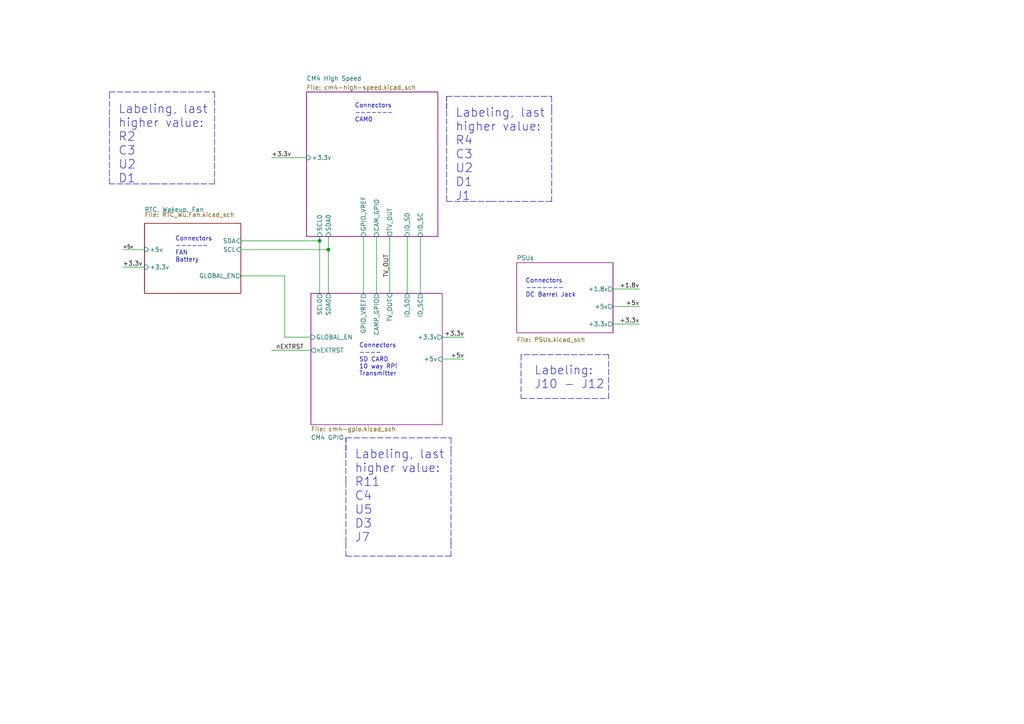
<source format=kicad_sch>
(kicad_sch (version 20210621) (generator eeschema)

  (uuid d9f7b680-7e4b-42d4-bdbc-4100fbcb92e5)

  (paper "A4")

  (title_block
    (title "Drone Compute Module 4 Base Carrier")
    (date "2021-10-05")
    (rev "v01")
    (comment 2 "creativecommons.org/licenses/by-sa/4.0/")
    (comment 3 "License: CC BY-SA 4.0")
    (comment 4 "Author: Chase Westlake")
  )

  (lib_symbols
  )

  (junction (at 92.71 69.85) (diameter 0) (color 0 0 0 0))
  (junction (at 95.25 72.39) (diameter 0) (color 0 0 0 0))

  (wire (pts (xy 35.56 72.39) (xy 41.91 72.39))
    (stroke (width 0) (type default) (color 0 0 0 0))
    (uuid faf15f51-a97f-43b8-a539-150ead52163d)
  )
  (wire (pts (xy 35.56 77.47) (xy 41.91 77.47))
    (stroke (width 0) (type default) (color 0 0 0 0))
    (uuid 13cef104-a142-47e3-b7af-d6e3c500f1e0)
  )
  (wire (pts (xy 69.85 69.85) (xy 92.71 69.85))
    (stroke (width 0) (type default) (color 0 0 0 0))
    (uuid 111287c2-73f4-4ffd-8a10-61d023a86754)
  )
  (wire (pts (xy 69.85 72.39) (xy 95.25 72.39))
    (stroke (width 0) (type default) (color 0 0 0 0))
    (uuid 8917ccfa-a130-425d-a466-66063746fea0)
  )
  (wire (pts (xy 69.85 80.01) (xy 82.55 80.01))
    (stroke (width 0) (type default) (color 0 0 0 0))
    (uuid 867918ca-c85f-4cd7-88ef-785dad0fceba)
  )
  (wire (pts (xy 78.74 45.72) (xy 88.9 45.72))
    (stroke (width 0) (type default) (color 0 0 0 0))
    (uuid 4cd91fc8-1c32-499d-9630-4ef4a96955b7)
  )
  (wire (pts (xy 78.74 101.6) (xy 90.17 101.6))
    (stroke (width 0) (type default) (color 0 0 0 0))
    (uuid a578584a-51cc-4cdd-b509-ed821132c373)
  )
  (wire (pts (xy 82.55 80.01) (xy 82.55 97.79))
    (stroke (width 0) (type default) (color 0 0 0 0))
    (uuid 867918ca-c85f-4cd7-88ef-785dad0fceba)
  )
  (wire (pts (xy 82.55 97.79) (xy 90.17 97.79))
    (stroke (width 0) (type default) (color 0 0 0 0))
    (uuid c56c0c71-41a2-401a-b586-5b0fd43a000f)
  )
  (wire (pts (xy 92.71 68.58) (xy 92.71 69.85))
    (stroke (width 0) (type default) (color 0 0 0 0))
    (uuid 6f8f93b3-64ba-44db-b9e6-049bff1d7c30)
  )
  (wire (pts (xy 92.71 69.85) (xy 92.71 85.09))
    (stroke (width 0) (type default) (color 0 0 0 0))
    (uuid c072852f-e763-4a9a-9b97-7821dd22d868)
  )
  (wire (pts (xy 95.25 68.58) (xy 95.25 72.39))
    (stroke (width 0) (type default) (color 0 0 0 0))
    (uuid 136d9dd3-20eb-4ed0-a986-10bfbf9574ad)
  )
  (wire (pts (xy 95.25 72.39) (xy 95.25 85.09))
    (stroke (width 0) (type default) (color 0 0 0 0))
    (uuid f989bc96-c075-488d-a6f0-e2f463d5410d)
  )
  (wire (pts (xy 105.41 68.58) (xy 105.41 85.09))
    (stroke (width 0) (type default) (color 0 0 0 0))
    (uuid 24807d25-2fd3-4beb-83df-e4589f6a8d20)
  )
  (wire (pts (xy 109.22 68.58) (xy 109.22 85.09))
    (stroke (width 0) (type default) (color 0 0 0 0))
    (uuid d6c763b2-0fb7-4984-9b47-45672ed90857)
  )
  (wire (pts (xy 113.03 68.58) (xy 113.03 85.09))
    (stroke (width 0) (type default) (color 0 0 0 0))
    (uuid b28b1c5c-7304-4403-8b0c-e73ddc1be209)
  )
  (wire (pts (xy 118.11 68.58) (xy 118.11 85.09))
    (stroke (width 0) (type default) (color 0 0 0 0))
    (uuid aa2aad79-f214-4969-880e-02f93bd871cd)
  )
  (wire (pts (xy 121.92 68.58) (xy 121.92 85.09))
    (stroke (width 0) (type default) (color 0 0 0 0))
    (uuid ee4f8aa3-f8f2-4eff-8479-4a5957468a44)
  )
  (wire (pts (xy 128.27 97.79) (xy 134.62 97.79))
    (stroke (width 0) (type default) (color 0 0 0 0))
    (uuid ad5b393b-9899-4ae1-b326-331ea1c882a5)
  )
  (wire (pts (xy 128.27 104.14) (xy 134.62 104.14))
    (stroke (width 0) (type default) (color 0 0 0 0))
    (uuid 6241f899-b740-4726-9d4a-f6178636d0d7)
  )
  (wire (pts (xy 177.8 83.82) (xy 185.42 83.82))
    (stroke (width 0) (type default) (color 0 0 0 0))
    (uuid 6a5976b6-b31c-4dd6-b8fa-5a7170fd8216)
  )
  (wire (pts (xy 177.8 88.9) (xy 185.42 88.9))
    (stroke (width 0) (type solid) (color 0 0 0 0))
    (uuid 2a8231cb-6acc-409e-a071-e92059c5fb23)
  )
  (wire (pts (xy 177.8 93.98) (xy 185.42 93.98))
    (stroke (width 0) (type default) (color 0 0 0 0))
    (uuid f26ab27b-4852-4372-a13e-8f9d37f68493)
  )
  (polyline (pts (xy 31.75 26.67) (xy 31.75 27.94))
    (stroke (width 0) (type default) (color 0 0 0 0))
    (uuid 0587afcd-2f18-43a2-9729-9fe81c18f9fd)
  )
  (polyline (pts (xy 31.75 26.67) (xy 62.23 26.67))
    (stroke (width 0) (type default) (color 0 0 0 0))
    (uuid a1dd3ed2-3705-4c91-a4d7-2e210466d7d0)
  )
  (polyline (pts (xy 31.75 35.56) (xy 31.75 27.94))
    (stroke (width 0) (type default) (color 0 0 0 0))
    (uuid 378b4f9c-80e8-45c1-afe9-c076db5d60f6)
  )
  (polyline (pts (xy 31.75 35.56) (xy 31.75 53.34))
    (stroke (width 0) (type default) (color 0 0 0 0))
    (uuid 8d67d135-6d31-4047-989c-7c852df3b2fc)
  )
  (polyline (pts (xy 31.75 53.34) (xy 44.45 53.34))
    (stroke (width 0) (type default) (color 0 0 0 0))
    (uuid b23db9b3-d820-48e6-918b-497c5414f2ea)
  )
  (polyline (pts (xy 62.23 26.67) (xy 62.23 53.34))
    (stroke (width 0) (type default) (color 0 0 0 0))
    (uuid f324f080-07cb-4d62-b6b2-ee57f3d1672a)
  )
  (polyline (pts (xy 62.23 53.34) (xy 44.45 53.34))
    (stroke (width 0) (type default) (color 0 0 0 0))
    (uuid 20c62c5e-8728-4735-a231-2f853b9e06e6)
  )
  (polyline (pts (xy 100.33 127) (xy 130.81 127))
    (stroke (width 0) (type default) (color 0 0 0 0))
    (uuid b1d1a4f0-c273-485a-9958-5bc5792149c0)
  )
  (polyline (pts (xy 100.33 130.81) (xy 100.33 127))
    (stroke (width 0) (type default) (color 0 0 0 0))
    (uuid 0bed92ba-9ad7-44f2-bd88-bdff0b909c5d)
  )
  (polyline (pts (xy 100.33 139.7) (xy 100.33 127))
    (stroke (width 0) (type default) (color 0 0 0 0))
    (uuid ffc0abc1-c937-4fc5-bce4-1a6a4defc3d1)
  )
  (polyline (pts (xy 100.33 139.7) (xy 100.33 157.48))
    (stroke (width 0) (type default) (color 0 0 0 0))
    (uuid 40c6a342-4b16-4a86-8787-2412cbda4445)
  )
  (polyline (pts (xy 100.33 157.48) (xy 100.33 161.29))
    (stroke (width 0) (type default) (color 0 0 0 0))
    (uuid 40ec1e94-cab2-4559-a410-d4e4d18aa0c8)
  )
  (polyline (pts (xy 100.33 161.29) (xy 113.03 161.29))
    (stroke (width 0) (type default) (color 0 0 0 0))
    (uuid 5ca1698f-5864-4237-9f42-332ae84f817e)
  )
  (polyline (pts (xy 129.54 27.94) (xy 160.02 27.94))
    (stroke (width 0) (type default) (color 0 0 0 0))
    (uuid 7a1bfccf-c350-47cd-947c-0c78bcf75b0d)
  )
  (polyline (pts (xy 129.54 31.75) (xy 129.54 27.94))
    (stroke (width 0) (type default) (color 0 0 0 0))
    (uuid 0acb176f-7e53-4a00-8c38-2e11f10118d2)
  )
  (polyline (pts (xy 129.54 40.64) (xy 129.54 27.94))
    (stroke (width 0) (type default) (color 0 0 0 0))
    (uuid 6f41f9ce-e880-4f2b-befe-5a394645abab)
  )
  (polyline (pts (xy 129.54 40.64) (xy 129.54 58.42))
    (stroke (width 0) (type default) (color 0 0 0 0))
    (uuid 47e54c73-740b-4758-9305-66728986517f)
  )
  (polyline (pts (xy 129.54 58.42) (xy 142.24 58.42))
    (stroke (width 0) (type default) (color 0 0 0 0))
    (uuid 213d2725-3082-4c20-915a-33a66614cf89)
  )
  (polyline (pts (xy 130.81 127) (xy 130.81 130.81))
    (stroke (width 0) (type default) (color 0 0 0 0))
    (uuid 75dc8e0b-8c9b-48f0-94b7-34458abc6959)
  )
  (polyline (pts (xy 130.81 130.81) (xy 130.81 157.48))
    (stroke (width 0) (type default) (color 0 0 0 0))
    (uuid 772767e1-22b1-4f87-abe4-c03bad841d0b)
  )
  (polyline (pts (xy 130.81 157.48) (xy 130.81 161.29))
    (stroke (width 0) (type default) (color 0 0 0 0))
    (uuid 581d5dfd-7197-40e8-b174-d71e0607d133)
  )
  (polyline (pts (xy 130.81 161.29) (xy 113.03 161.29))
    (stroke (width 0) (type default) (color 0 0 0 0))
    (uuid 9fecb439-3b4c-453f-8e74-ca93c1a0d106)
  )
  (polyline (pts (xy 151.13 102.87) (xy 151.13 115.57))
    (stroke (width 0) (type default) (color 0 0 0 0))
    (uuid 0826ea45-506d-4bb5-9f91-8b0ffd364e0f)
  )
  (polyline (pts (xy 151.13 115.57) (xy 176.53 115.57))
    (stroke (width 0) (type default) (color 0 0 0 0))
    (uuid ffff15aa-d3a8-40c1-a401-dd148fa7961d)
  )
  (polyline (pts (xy 160.02 27.94) (xy 160.02 31.75))
    (stroke (width 0) (type default) (color 0 0 0 0))
    (uuid fd5d88c3-baaf-42b8-aa09-337871d6a939)
  )
  (polyline (pts (xy 160.02 31.75) (xy 160.02 58.42))
    (stroke (width 0) (type default) (color 0 0 0 0))
    (uuid 4764d5ee-0779-4616-9a0e-4bf1678eb1fd)
  )
  (polyline (pts (xy 160.02 58.42) (xy 142.24 58.42))
    (stroke (width 0) (type default) (color 0 0 0 0))
    (uuid 3e580f09-cc3b-4283-8be3-2f0c00419e8b)
  )
  (polyline (pts (xy 176.53 102.87) (xy 151.13 102.87))
    (stroke (width 0) (type default) (color 0 0 0 0))
    (uuid 5d6fb0b4-6699-43e2-8d7d-e50f0c0ea39a)
  )
  (polyline (pts (xy 176.53 115.57) (xy 176.53 102.87))
    (stroke (width 0) (type default) (color 0 0 0 0))
    (uuid 5d9b790a-b120-4fd9-9c7b-8c562c3fa7fd)
  )

  (text "Labeling, last \nhigher value:\nR2\nC3\nU2\nD1" (at 34.29 53.34 0)
    (effects (font (size 2.5 2.5)) (justify left bottom))
    (uuid a8a6784a-7548-4790-89bf-c2480c376e46)
  )
  (text "Connectors\n------\nFAN\nBattery" (at 50.8 76.2 0)
    (effects (font (size 1.27 1.27)) (justify left bottom))
    (uuid c74443ab-d4cc-43c8-a405-bf45973f25ce)
  )
  (text "Connectors\n-------\nCAM0\n" (at 102.87 35.56 0)
    (effects (font (size 1.27 1.27)) (justify left bottom))
    (uuid b3e8b578-e213-4202-9fe2-883fda812752)
  )
  (text "Labeling, last \nhigher value:\nR11\nC4\nU5\nD3\nJ7" (at 102.87 157.48 0)
    (effects (font (size 2.5 2.5)) (justify left bottom))
    (uuid 06e86c6d-4cb8-42d3-892d-5932b6181210)
  )
  (text "Connectors\n----\nSD CARD\n10 way RPi\nTransmitter\n" (at 104.14 109.22 0)
    (effects (font (size 1.27 1.27)) (justify left bottom))
    (uuid 2a42b427-93d3-4ea4-b55b-19b7c146a25e)
  )
  (text "Labeling, last \nhigher value:\nR4\nC3\nU2\nD1\nJ1" (at 132.08 58.42 0)
    (effects (font (size 2.5 2.5)) (justify left bottom))
    (uuid 6e0b6411-2222-47eb-873c-f08c1d94fe1a)
  )
  (text "Connectors\n-------\nDC Barrel Jack" (at 152.4 86.36 0)
    (effects (font (size 1.27 1.27)) (justify left bottom))
    (uuid 46b06ce1-eb8a-4c2b-ae78-d02226b14404)
  )
  (text "Labeling:\nJ10 - J12\n" (at 154.94 113.03 0)
    (effects (font (size 2.5 2.5)) (justify left bottom))
    (uuid a7c47436-08b5-4b2e-b821-9b1fa827f750)
  )

  (label "+5v" (at 35.56 72.39 0)
    (effects (font (size 1 1)) (justify left bottom))
    (uuid fe0bcdad-3b3c-477c-8836-704a8332cffc)
  )
  (label "+3.3v" (at 35.56 77.47 0)
    (effects (font (size 1.27 1.27)) (justify left bottom))
    (uuid 85cf4262-bd78-46ab-b297-ec0e943d7a5a)
  )
  (label "+3.3v" (at 78.74 45.72 0)
    (effects (font (size 1.27 1.27)) (justify left bottom))
    (uuid ee535f52-e1a2-419a-aa7c-bf1e741d4489)
  )
  (label "nEXTRST" (at 80.01 101.6 0)
    (effects (font (size 1.27 1.27)) (justify left bottom))
    (uuid 941b2677-eeff-4184-a6de-0879b17ce62d)
  )
  (label "TV_OUT" (at 113.03 73.66 270)
    (effects (font (size 1.27 1.27)) (justify right bottom))
    (uuid 24827ffd-3934-4ba6-a39f-d9ba8fa767da)
  )
  (label "+3.3v" (at 134.62 97.79 180)
    (effects (font (size 1.27 1.27)) (justify right bottom))
    (uuid c2da7331-69e9-4597-8c28-05b4dbcc903f)
  )
  (label "+5v" (at 134.62 104.14 180)
    (effects (font (size 1.27 1.27)) (justify right bottom))
    (uuid b7747f1e-1b36-40ce-add0-2f4060be2393)
  )
  (label "+1.8v" (at 185.42 83.82 180)
    (effects (font (size 1.27 1.27)) (justify right bottom))
    (uuid a220c9d0-0d8d-49e1-b9dc-74a604f36710)
  )
  (label "+5v" (at 185.42 88.9 180)
    (effects (font (size 1.27 1.27)) (justify right bottom))
    (uuid b225aa84-0aaa-44f0-b5ca-a88e3ad738cc)
  )
  (label "+3.3v" (at 185.42 93.98 180)
    (effects (font (size 1.27 1.27)) (justify right bottom))
    (uuid 7e25fc6c-ba97-4192-a5a3-05dcaed5b199)
  )

  (sheet (at 90.17 85.09) (size 38.1 38.1)
    (stroke (width 0) (type solid) (color 132 0 132 1))
    (fill (color 255 255 255 0.0000))
    (uuid fc4c71a5-1008-4ac4-98db-57c838c57d91)
    (property "Sheet name" "CM4 GPIO" (id 0) (at 90.17 127.6345 0)
      (effects (font (size 1.27 1.27)) (justify left bottom))
    )
    (property "Sheet file" "cm4-gpio.kicad_sch" (id 1) (at 90.17 123.6985 0)
      (effects (font (size 1.27 1.27)) (justify left top))
    )
    (pin "CAMP_GPIO" output (at 109.22 85.09 90)
      (effects (font (size 1.27 1.27)) (justify right))
      (uuid 481a8082-be53-402c-85ab-e36651463e7f)
    )
    (pin "GLOBAL_EN" input (at 90.17 97.79 180)
      (effects (font (size 1.27 1.27)) (justify left))
      (uuid ef020bec-775d-4f46-8d6b-c589256f2758)
    )
    (pin "GPIO_VREF" output (at 105.41 85.09 90)
      (effects (font (size 1.27 1.27)) (justify right))
      (uuid c844e449-0ad0-44f5-bc3b-7f2f378faef7)
    )
    (pin "SCL0" output (at 92.71 85.09 90)
      (effects (font (size 1.27 1.27)) (justify right))
      (uuid c5d681e2-65f2-48c3-91fc-2e462090a329)
    )
    (pin "SDA0" output (at 95.25 85.09 90)
      (effects (font (size 1.27 1.27)) (justify right))
      (uuid 4c502e89-a25e-497f-9b4a-0981d93caf0b)
    )
    (pin "nEXTRST" output (at 90.17 101.6 180)
      (effects (font (size 1.27 1.27)) (justify left))
      (uuid 3da59e2e-8306-41ea-9ce5-4dc1a1ceafcf)
    )
    (pin "ID_SD" output (at 118.11 85.09 90)
      (effects (font (size 1.27 1.27)) (justify right))
      (uuid c9fdd6c3-1d62-48bd-bbae-01039b842230)
    )
    (pin "TV_OUT" input (at 113.03 85.09 90)
      (effects (font (size 1.27 1.27)) (justify right))
      (uuid e7b2332d-b945-4bc7-866c-4e0175d96640)
    )
    (pin "ID_SC" output (at 121.92 85.09 90)
      (effects (font (size 1.27 1.27)) (justify right))
      (uuid ea821d0d-9aa9-4c1d-a64c-22b7b3ce8793)
    )
    (pin "+3.3v" output (at 128.27 97.79 0)
      (effects (font (size 1.27 1.27)) (justify right))
      (uuid 5b82a73c-0742-46b2-82ff-e01f19f3324a)
    )
    (pin "+5v" input (at 128.27 104.14 0)
      (effects (font (size 1.27 1.27)) (justify right))
      (uuid 74e7eb38-02c7-4e31-8907-24145a523110)
    )
  )

  (sheet (at 88.9 26.67) (size 38.1 41.91)
    (stroke (width 0) (type solid) (color 132 0 132 1))
    (fill (color 255 255 255 0.0000))
    (uuid caa71f4c-454d-4ac9-b287-456eafb34991)
    (property "Sheet name" "CM4 High Speed" (id 0) (at 88.9 23.4945 0)
      (effects (font (size 1.27 1.27)) (justify left bottom))
    )
    (property "Sheet file" "cm4-high-speed.kicad_sch" (id 1) (at 88.9 24.6385 0)
      (effects (font (size 1.27 1.27)) (justify left top))
    )
    (pin "GPIO_VREF" input (at 105.41 68.58 270)
      (effects (font (size 1.27 1.27)) (justify left))
      (uuid 7f1c5761-2c0e-4565-9fe7-7f66f10b7e6d)
    )
    (pin "ID_SC" input (at 121.92 68.58 270)
      (effects (font (size 1.27 1.27)) (justify left))
      (uuid bf715899-5f22-48f1-b425-beaaf9957f03)
    )
    (pin "ID_SD" input (at 118.11 68.58 270)
      (effects (font (size 1.27 1.27)) (justify left))
      (uuid b6fb05d2-e966-431b-b3f1-933326928398)
    )
    (pin "CAM_GPIO" input (at 109.22 68.58 270)
      (effects (font (size 1.27 1.27)) (justify left))
      (uuid 669b91f1-3f41-450d-9baf-52d552b29fcc)
    )
    (pin "SCL0" input (at 92.71 68.58 270)
      (effects (font (size 1.27 1.27)) (justify left))
      (uuid c20a1a79-9c29-4dee-aca8-1b26b6c4334a)
    )
    (pin "SDA0" input (at 95.25 68.58 270)
      (effects (font (size 1.27 1.27)) (justify left))
      (uuid 394b70b2-74fc-44a0-b4ac-3b08ea2b6c7e)
    )
    (pin "+3.3v" input (at 88.9 45.72 180)
      (effects (font (size 1.27 1.27)) (justify left))
      (uuid 5c232cf3-b103-4224-896f-e3cddc9c39a4)
    )
    (pin "TV_OUT" output (at 113.03 68.58 270)
      (effects (font (size 1.27 1.27)) (justify left))
      (uuid 90ae2c93-b252-40c0-8c5f-e8ecd7ff8665)
    )
  )

  (sheet (at 149.86 76.2) (size 27.94 20.32)
    (stroke (width 0.1524) (type solid) (color 132 0 132 1))
    (fill (color 255 255 255 0.0000))
    (uuid 4e211154-af2d-4724-8153-1986ec811b09)
    (property "Sheet name" "PSUs" (id 0) (at 149.86 75.5645 0)
      (effects (font (size 1.27 1.27)) (justify left bottom))
    )
    (property "Sheet file" "PSUs.kicad_sch" (id 1) (at 149.86 97.79 0)
      (effects (font (size 1.27 1.27)) (justify left top))
    )
    (pin "+5v" output (at 177.8 88.9 0)
      (effects (font (size 1.27 1.27)) (justify right))
      (uuid 26cc6cd1-5fe2-450c-bcc5-f835753c66bc)
    )
    (pin "+3.3v" output (at 177.8 93.98 0)
      (effects (font (size 1.27 1.27)) (justify right))
      (uuid 50787dd7-d292-43c2-a456-8907d05242da)
    )
    (pin "+1.8v" output (at 177.8 83.82 0)
      (effects (font (size 1.27 1.27)) (justify right))
      (uuid 863365fd-2e5e-44f0-940a-3e1c8115be85)
    )
  )

  (sheet (at 41.91 64.77) (size 27.94 20.32)
    (stroke (width 0.1524) (type solid) (color 0 0 0 0))
    (fill (color 0 0 0 0.0000))
    (uuid 58c9a045-c8fe-4c50-9d95-882ddeb7df37)
    (property "Sheet name" "RTC, Wakeup, Fan" (id 0) (at 41.91 61.5184 0)
      (effects (font (size 1.27 1.27)) (justify left bottom))
    )
    (property "Sheet file" "RTC_Wu,Fan.kicad_sch" (id 1) (at 41.91 61.5446 0)
      (effects (font (size 1.27 1.27)) (justify left top))
    )
    (pin "+5v" input (at 41.91 72.39 180)
      (effects (font (size 1.27 1.27)) (justify left))
      (uuid 34cdbd44-ac1d-4ec3-94aa-3a2e175a3039)
    )
    (pin "GLOBAL_EN" output (at 69.85 80.01 0)
      (effects (font (size 1.27 1.27)) (justify right))
      (uuid dcb57073-8466-4fe5-9d4e-a02604fb161c)
    )
    (pin "SDA" input (at 69.85 69.85 0)
      (effects (font (size 1.27 1.27)) (justify right))
      (uuid b84316b3-556d-4075-a4be-436cba19febc)
    )
    (pin "SCL" input (at 69.85 72.39 0)
      (effects (font (size 1.27 1.27)) (justify right))
      (uuid 9502dcde-8e42-41bc-ad18-08adbc687211)
    )
    (pin "+3.3v" input (at 41.91 77.47 180)
      (effects (font (size 1.27 1.27)) (justify left))
      (uuid 62ab7432-dda0-422c-ae26-720c11e25df0)
    )
  )

  (sheet_instances
    (path "/" (page "1"))
    (path "/4e211154-af2d-4724-8153-1986ec811b09" (page "2"))
    (path "/fc4c71a5-1008-4ac4-98db-57c838c57d91" (page "3"))
    (path "/caa71f4c-454d-4ac9-b287-456eafb34991" (page "3"))
    (path "/58c9a045-c8fe-4c50-9d95-882ddeb7df37" (page "4"))
  )

  (symbol_instances
    (path "/fc4c71a5-1008-4ac4-98db-57c838c57d91/230650eb-8852-4c76-b63c-12ec79910b81"
      (reference "#PWR0101") (unit 1) (value "GND") (footprint "")
    )
    (path "/fc4c71a5-1008-4ac4-98db-57c838c57d91/31551326-27c6-4bba-a0c0-abe772948a8c"
      (reference "#PWR0102") (unit 1) (value "GND") (footprint "")
    )
    (path "/fc4c71a5-1008-4ac4-98db-57c838c57d91/134d943f-f3b7-4a0e-8d1f-2480b898762b"
      (reference "#PWR0103") (unit 1) (value "GND") (footprint "")
    )
    (path "/4e211154-af2d-4724-8153-1986ec811b09/c2df3bf7-d4db-4cc1-ae54-72a0b2d1503a"
      (reference "#PWR0104") (unit 1) (value "GND") (footprint "")
    )
    (path "/fc4c71a5-1008-4ac4-98db-57c838c57d91/e25b8971-e0e8-46aa-8cce-b4039a1b245b"
      (reference "#PWR0105") (unit 1) (value "GND") (footprint "")
    )
    (path "/4e211154-af2d-4724-8153-1986ec811b09/b6f615d0-b407-4cb2-88c5-34f2f452e1c4"
      (reference "#PWR0106") (unit 1) (value "GND") (footprint "")
    )
    (path "/4e211154-af2d-4724-8153-1986ec811b09/b9b92b08-44e0-420f-97a9-d5f0aeac9270"
      (reference "#PWR0107") (unit 1) (value "GND") (footprint "")
    )
    (path "/fc4c71a5-1008-4ac4-98db-57c838c57d91/b2bdacc5-5dd7-4aea-ae1d-b1028ef0bfb1"
      (reference "#PWR0110") (unit 1) (value "GND") (footprint "")
    )
    (path "/caa71f4c-454d-4ac9-b287-456eafb34991/0d0caf91-4ece-48ed-a178-43a8b49f3526"
      (reference "#PWR0111") (unit 1) (value "GND") (footprint "")
    )
    (path "/caa71f4c-454d-4ac9-b287-456eafb34991/81f0d702-912e-410d-83f3-c9f3bd3f7f28"
      (reference "#PWR0112") (unit 1) (value "GND") (footprint "")
    )
    (path "/fc4c71a5-1008-4ac4-98db-57c838c57d91/a9ad5be7-ae5b-4a73-a4fb-c1e09fa6a1f3"
      (reference "#PWR0117") (unit 1) (value "GND") (footprint "")
    )
    (path "/fc4c71a5-1008-4ac4-98db-57c838c57d91/53aefd66-5778-4400-b62c-9a3f8b425fcb"
      (reference "#PWR0118") (unit 1) (value "GND") (footprint "")
    )
    (path "/fc4c71a5-1008-4ac4-98db-57c838c57d91/d941c7dd-5c1d-4ec0-a8a7-c4135b6e1653"
      (reference "#PWR0119") (unit 1) (value "GND") (footprint "")
    )
    (path "/fc4c71a5-1008-4ac4-98db-57c838c57d91/225ba713-d29a-4580-8621-e01b7b62c92a"
      (reference "#PWR0120") (unit 1) (value "GND") (footprint "")
    )
    (path "/caa71f4c-454d-4ac9-b287-456eafb34991/499ed71e-a062-4801-a7a1-c05cdc4cbbd2"
      (reference "#PWR0121") (unit 1) (value "GND") (footprint "")
    )
    (path "/58c9a045-c8fe-4c50-9d95-882ddeb7df37/8a946852-e00f-40e7-9cef-0453de8a0761"
      (reference "#PWR0123") (unit 1) (value "GND") (footprint "")
    )
    (path "/58c9a045-c8fe-4c50-9d95-882ddeb7df37/d898cb43-4e57-4fc5-a23f-e67a28156ea7"
      (reference "#PWR0124") (unit 1) (value "GND") (footprint "")
    )
    (path "/58c9a045-c8fe-4c50-9d95-882ddeb7df37/afe34309-a317-4eee-9e2b-15ecb5a5081e"
      (reference "#PWR0125") (unit 1) (value "GND") (footprint "")
    )
    (path "/58c9a045-c8fe-4c50-9d95-882ddeb7df37/a6850f9d-730e-4408-9d2a-5b0073cad004"
      (reference "#PWR0126") (unit 1) (value "GND") (footprint "")
    )
    (path "/58c9a045-c8fe-4c50-9d95-882ddeb7df37/b0ded49c-135e-4f74-8c52-e000b8ab97b9"
      (reference "#PWR0127") (unit 1) (value "GND") (footprint "")
    )
    (path "/fc4c71a5-1008-4ac4-98db-57c838c57d91/055a7293-5546-4020-abd9-a42ef485bf74"
      (reference "#PWR0130") (unit 1) (value "GND") (footprint "")
    )
    (path "/58c9a045-c8fe-4c50-9d95-882ddeb7df37/8f895fb7-d775-4754-9766-bfb9cf5e0da5"
      (reference "BT1") (unit 1) (value "Battery_Cell") (footprint "Battery:BatteryHolder_Keystone_3034_1x20mm")
    )
    (path "/58c9a045-c8fe-4c50-9d95-882ddeb7df37/f7268b37-fcbc-4670-b7ed-d7b44d655d32"
      (reference "C1") (unit 1) (value "100n") (footprint "Capacitor_SMD:C_0402_1005Metric")
    )
    (path "/58c9a045-c8fe-4c50-9d95-882ddeb7df37/0147610e-c622-4123-8bd1-5e5bab1055bb"
      (reference "C2") (unit 1) (value "100n") (footprint "Capacitor_SMD:C_0402_1005Metric")
    )
    (path "/58c9a045-c8fe-4c50-9d95-882ddeb7df37/228bb434-58f1-484d-8303-83f940e6339b"
      (reference "C3") (unit 1) (value "100n") (footprint "Capacitor_SMD:C_0402_1005Metric")
    )
    (path "/fc4c71a5-1008-4ac4-98db-57c838c57d91/61bb3d7b-62d1-4573-8022-574663552d56"
      (reference "C4") (unit 1) (value "10u") (footprint "Capacitor_SMD:C_0805_2012Metric")
    )
    (path "/58c9a045-c8fe-4c50-9d95-882ddeb7df37/ea0ecda9-801f-4ecd-99eb-cf7e2e3bee1d"
      (reference "D1") (unit 1) (value "BAT54C-7-F") (footprint "Package_TO_SOT_SMD:SOT-23")
    )
    (path "/fc4c71a5-1008-4ac4-98db-57c838c57d91/a7ffff95-46ae-494c-85c4-9efe00fc8a49"
      (reference "D2") (unit 1) (value "LED Green") (footprint "LED_SMD:LED_0603_1608Metric")
    )
    (path "/fc4c71a5-1008-4ac4-98db-57c838c57d91/12d78f79-203c-4c00-81dd-cf0e4083b575"
      (reference "D3") (unit 1) (value "LED Red") (footprint "LED_SMD:LED_0603_1608Metric")
    )
    (path "/caa71f4c-454d-4ac9-b287-456eafb34991/c4004f1d-a651-42ab-ac88-5903183a30c2"
      (reference "J1") (unit 1) (value "THD-02-R") (footprint "Connector_PinHeader_2.54mm:PinHeader_2x02_P2.54mm_Vertical")
    )
    (path "/fc4c71a5-1008-4ac4-98db-57c838c57d91/7daa98ed-9d74-497f-a5b7-7cb922441ba1"
      (reference "J2") (unit 1) (value "DNP") (footprint "Connector_PinHeader_2.54mm:PinHeader_1x10_P2.54mm_Vertical")
    )
    (path "/fc4c71a5-1008-4ac4-98db-57c838c57d91/2610644a-c438-42cc-b720-b52245bbfdeb"
      (reference "J3") (unit 1) (value "Conn_01x03") (footprint "")
    )
    (path "/fc4c71a5-1008-4ac4-98db-57c838c57d91/eab67e3b-b97d-49a8-a60f-a2bf808499e0"
      (reference "J4") (unit 1) (value "Micro_SD_Card_Det") (footprint "CM4IO:SDCARD_MOLEX_503398-1892")
    )
    (path "/fc4c71a5-1008-4ac4-98db-57c838c57d91/96be45e6-3af7-48ef-8b3a-be455ae564eb"
      (reference "J5") (unit 1) (value "Conn_01x03") (footprint "Connector_PinHeader_2.54mm:PinHeader_1x03_P2.54mm_Vertical")
    )
    (path "/fc4c71a5-1008-4ac4-98db-57c838c57d91/9e075bae-89c5-4198-bcbe-2f0bc7fddc78"
      (reference "J6") (unit 1) (value "Conn_01x03") (footprint "Connector_PinHeader_2.54mm:PinHeader_1x03_P2.54mm_Vertical")
    )
    (path "/fc4c71a5-1008-4ac4-98db-57c838c57d91/0ef78b35-a17c-4af5-b962-0804bee153e1"
      (reference "J7") (unit 1) (value "Conn_02x07_Odd_Even") (footprint "Connector_PinHeader_2.54mm:PinHeader_2x07_P2.54mm_Vertical")
    )
    (path "/4e211154-af2d-4724-8153-1986ec811b09/c99bebb7-0e69-4f35-8881-9c524ebce10a"
      (reference "J10") (unit 1) (value "Barrel_Jack") (footprint "Connector_BarrelJack:BarrelJack_Horizontal")
    )
    (path "/4e211154-af2d-4724-8153-1986ec811b09/cd475a4c-9ef1-4ce9-93f5-e35365564340"
      (reference "J11") (unit 1) (value "Barrel_Jack") (footprint "Connector_BarrelJack:BarrelJack_Horizontal")
    )
    (path "/4e211154-af2d-4724-8153-1986ec811b09/d53528dd-784a-4782-bc80-21441e72f54d"
      (reference "J12") (unit 1) (value "Barrel_Jack") (footprint "Connector_BarrelJack:BarrelJack_Horizontal")
    )
    (path "/caa71f4c-454d-4ac9-b287-456eafb34991/bbc9f8f8-8b5b-403e-bfa8-d13b41c3243e"
      (reference "J13") (unit 1) (value "Conn_01x22_Female") (footprint "Connector_FFC-FPC:Hirose_FH12-22S-0.5SH_1x22-1MP_P0.50mm_Horizontal")
    )
    (path "/fc4c71a5-1008-4ac4-98db-57c838c57d91/e653ed96-2ceb-42bc-905c-db47449cc067"
      (reference "JP1") (unit 1) (value "SolderJumper_2_Open") (footprint "Jumper:SolderJumper-2_P1.3mm_Open_RoundedPad1.0x1.5mm")
    )
    (path "/fc4c71a5-1008-4ac4-98db-57c838c57d91/463d59ed-ef45-4402-9140-190527b0aff8"
      (reference "Module1") (unit 1) (value "ComputeModule4-CM4") (footprint "CM4IO:Raspberry-Pi-4-Compute-Module")
    )
    (path "/caa71f4c-454d-4ac9-b287-456eafb34991/fafda8be-1326-444e-bcc1-8cb4aded3240"
      (reference "Module1") (unit 2) (value "ComputeModule4-CM4") (footprint "CM4IO:Raspberry-Pi-4-Compute-Module")
    )
    (path "/58c9a045-c8fe-4c50-9d95-882ddeb7df37/e82f399c-eb02-4e5e-812f-ada22b0bcab1"
      (reference "R1") (unit 1) (value "510K 1%") (footprint "Resistor_SMD:R_0402_1005Metric")
    )
    (path "/58c9a045-c8fe-4c50-9d95-882ddeb7df37/e05ceeb3-ed87-49fe-9c7f-1429b8b702fc"
      (reference "R2") (unit 1) (value "510K 1%") (footprint "Resistor_SMD:R_0402_1005Metric")
    )
    (path "/caa71f4c-454d-4ac9-b287-456eafb34991/c404e009-7ca8-4e57-ab0f-6e973ffa22b1"
      (reference "R3") (unit 1) (value "2.2K 1%") (footprint "Resistor_SMD:R_0402_1005Metric")
    )
    (path "/caa71f4c-454d-4ac9-b287-456eafb34991/6dd2c3c2-e5b4-4f63-a7a9-fc3c9a3fe375"
      (reference "R4") (unit 1) (value "2.2K 1%") (footprint "Resistor_SMD:R_0402_1005Metric")
    )
    (path "/fc4c71a5-1008-4ac4-98db-57c838c57d91/bbc9e09d-42da-4f29-be94-2e044d09f397"
      (reference "R5") (unit 1) (value "1k") (footprint "Resistor_SMD:R_0603_1608Metric_Pad0.98x0.95mm_HandSolder")
    )
    (path "/fc4c71a5-1008-4ac4-98db-57c838c57d91/d38ddb23-f9c2-4a28-9fd8-d1fffee189f7"
      (reference "R6") (unit 1) (value "1k") (footprint "Resistor_SMD:R_0603_1608Metric_Pad0.98x0.95mm_HandSolder")
    )
    (path "/fc4c71a5-1008-4ac4-98db-57c838c57d91/407cb857-af34-4e42-9f2b-706d7bcee5ab"
      (reference "R7") (unit 1) (value "0R") (footprint "Resistor_SMD:R_0805_2012Metric_Pad1.15x1.40mm_HandSolder")
    )
    (path "/fc4c71a5-1008-4ac4-98db-57c838c57d91/c8fbab6c-6481-4535-a0fc-a93206b7cabb"
      (reference "R8") (unit 1) (value "nf") (footprint "Resistor_SMD:R_0805_2012Metric_Pad1.15x1.40mm_HandSolder")
    )
    (path "/fc4c71a5-1008-4ac4-98db-57c838c57d91/d59c838e-fb65-49a0-bdd9-8e10be83d552"
      (reference "R9") (unit 1) (value "nf") (footprint "Resistor_SMD:R_0402_1005Metric")
    )
    (path "/fc4c71a5-1008-4ac4-98db-57c838c57d91/9ee068c2-118d-49d7-8845-aaf72501584c"
      (reference "R10") (unit 1) (value "nf") (footprint "Resistor_SMD:R_0402_1005Metric")
    )
    (path "/fc4c71a5-1008-4ac4-98db-57c838c57d91/c96f6bf8-1729-4aa5-ac84-34fce541b3cb"
      (reference "R11") (unit 1) (value "12K 1%") (footprint "Resistor_SMD:R_0402_1005Metric")
    )
    (path "/58c9a045-c8fe-4c50-9d95-882ddeb7df37/3b447072-04d4-4575-89a5-4740900176a9"
      (reference "U1") (unit 1) (value "PCF85063AT/AAZ") (footprint "Package_SO:SOIC-8_3.9x4.9mm_P1.27mm")
    )
    (path "/58c9a045-c8fe-4c50-9d95-882ddeb7df37/0a15892f-8a97-425d-a072-c729f28f2137"
      (reference "U2") (unit 1) (value "74LVC1G07SE-7") (footprint "Package_TO_SOT_SMD:SOT-353_SC-70-5")
    )
    (path "/fc4c71a5-1008-4ac4-98db-57c838c57d91/862be61d-8399-4948-a564-2f01d5cb5b7a"
      (reference "U3") (unit 1) (value "74LVC1G07SE-7") (footprint "Package_TO_SOT_SMD:SOT-353_SC-70-5")
    )
    (path "/fc4c71a5-1008-4ac4-98db-57c838c57d91/d08af758-4d8c-4e39-881b-ae6070c05a07"
      (reference "U4") (unit 1) (value "74LVC1G07SE-7") (footprint "Package_TO_SOT_SMD:SOT-353_SC-70-5")
    )
    (path "/fc4c71a5-1008-4ac4-98db-57c838c57d91/c46d6099-4887-42cf-a6de-bd7560e5833e"
      (reference "U5") (unit 1) (value "RT9742GGJ5") (footprint "Package_TO_SOT_SMD:SOT-23-5")
    )
    (path "/58c9a045-c8fe-4c50-9d95-882ddeb7df37/52d3459e-918a-4cbc-b413-6f5f0bd7f519"
      (reference "Y1") (unit 1) (value "X32K768S301") (footprint "Crystal:Crystal_SMD_3215-2Pin_3.2x1.5mm")
    )
  )
)

</source>
